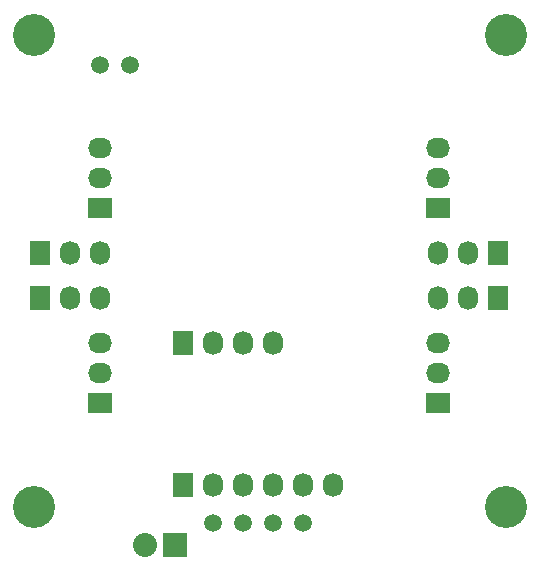
<source format=gbs>
G04 #@! TF.FileFunction,Soldermask,Bot*
%FSLAX46Y46*%
G04 Gerber Fmt 4.6, Leading zero omitted, Abs format (unit mm)*
G04 Created by KiCad (PCBNEW 4.0.2+dfsg1-2~bpo8+1-stable) date Sat 05 Mar 2016 08:20:57 PM MST*
%MOMM*%
G01*
G04 APERTURE LIST*
%ADD10C,0.100000*%
%ADD11R,1.727200X2.032000*%
%ADD12O,1.727200X2.032000*%
%ADD13R,2.032000X2.032000*%
%ADD14O,2.032000X2.032000*%
%ADD15C,1.501140*%
%ADD16R,2.032000X1.727200*%
%ADD17O,2.032000X1.727200*%
%ADD18C,3.556000*%
G04 APERTURE END LIST*
D10*
D11*
X66120000Y-66830000D03*
D12*
X68660000Y-66830000D03*
X71200000Y-66830000D03*
X73740000Y-66830000D03*
D13*
X65485000Y-83975000D03*
D14*
X62945000Y-83975000D03*
D11*
X66120000Y-78895000D03*
D12*
X68660000Y-78895000D03*
X71200000Y-78895000D03*
X73740000Y-78895000D03*
X76280000Y-78895000D03*
X78820000Y-78895000D03*
D15*
X73740000Y-82070000D03*
X71200000Y-82070000D03*
X68660000Y-82070000D03*
X76280000Y-82070000D03*
X59135000Y-43335000D03*
X61675000Y-43335000D03*
D16*
X59135000Y-55400000D03*
D17*
X59135000Y-52860000D03*
X59135000Y-50320000D03*
D16*
X87710000Y-55400000D03*
D17*
X87710000Y-52860000D03*
X87710000Y-50320000D03*
D16*
X87710000Y-71910000D03*
D17*
X87710000Y-69370000D03*
X87710000Y-66830000D03*
D16*
X59135000Y-71910000D03*
D17*
X59135000Y-69370000D03*
X59135000Y-66830000D03*
D11*
X54055000Y-59210000D03*
D12*
X56595000Y-59210000D03*
X59135000Y-59210000D03*
D11*
X92790000Y-59210000D03*
D12*
X90250000Y-59210000D03*
X87710000Y-59210000D03*
D11*
X54055000Y-63020000D03*
D12*
X56595000Y-63020000D03*
X59135000Y-63020000D03*
D11*
X92790000Y-63020000D03*
D12*
X90250000Y-63020000D03*
X87710000Y-63020000D03*
D18*
X53500000Y-40730000D03*
X93500000Y-40730000D03*
X93500000Y-80730000D03*
X53500000Y-80730000D03*
M02*

</source>
